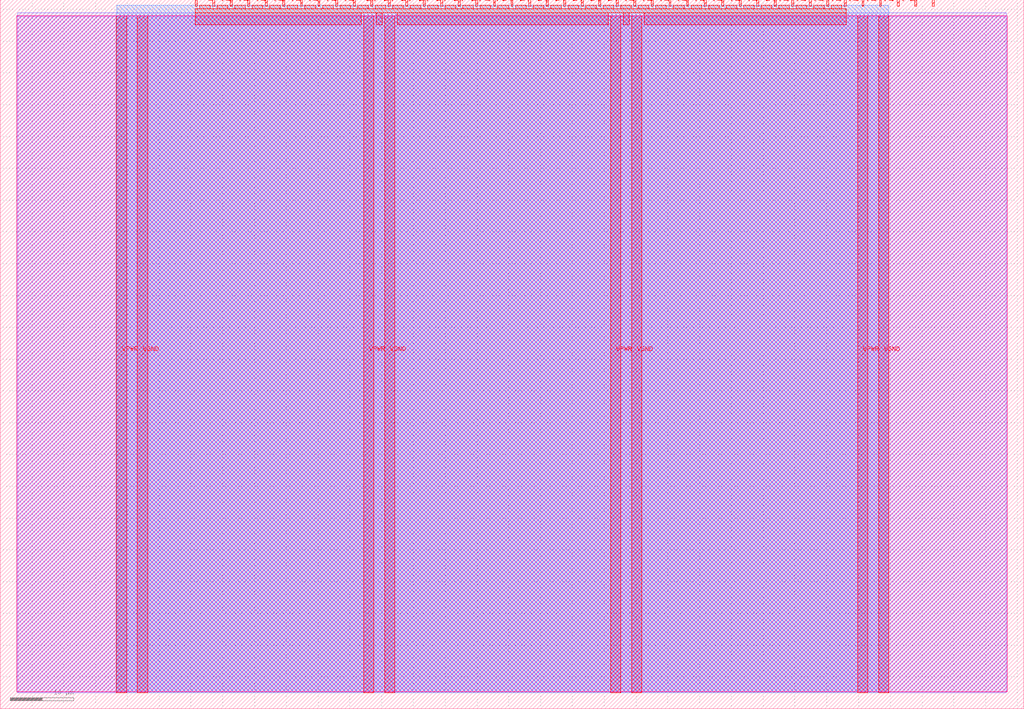
<source format=lef>
VERSION 5.7 ;
  NOWIREEXTENSIONATPIN ON ;
  DIVIDERCHAR "/" ;
  BUSBITCHARS "[]" ;
MACRO tt_um_wokwi_413391266378724353
  CLASS BLOCK ;
  FOREIGN tt_um_wokwi_413391266378724353 ;
  ORIGIN 0.000 0.000 ;
  SIZE 161.000 BY 111.520 ;
  PIN VGND
    DIRECTION INOUT ;
    USE GROUND ;
    PORT
      LAYER met4 ;
        RECT 21.580 2.480 23.180 109.040 ;
    END
    PORT
      LAYER met4 ;
        RECT 60.450 2.480 62.050 109.040 ;
    END
    PORT
      LAYER met4 ;
        RECT 99.320 2.480 100.920 109.040 ;
    END
    PORT
      LAYER met4 ;
        RECT 138.190 2.480 139.790 109.040 ;
    END
  END VGND
  PIN VPWR
    DIRECTION INOUT ;
    USE POWER ;
    PORT
      LAYER met4 ;
        RECT 18.280 2.480 19.880 109.040 ;
    END
    PORT
      LAYER met4 ;
        RECT 57.150 2.480 58.750 109.040 ;
    END
    PORT
      LAYER met4 ;
        RECT 96.020 2.480 97.620 109.040 ;
    END
    PORT
      LAYER met4 ;
        RECT 134.890 2.480 136.490 109.040 ;
    END
  END VPWR
  PIN clk
    DIRECTION INPUT ;
    USE SIGNAL ;
    PORT
      LAYER met4 ;
        RECT 143.830 110.520 144.130 111.520 ;
    END
  END clk
  PIN ena
    DIRECTION INPUT ;
    USE SIGNAL ;
    PORT
      LAYER met4 ;
        RECT 146.590 110.520 146.890 111.520 ;
    END
  END ena
  PIN rst_n
    DIRECTION INPUT ;
    USE SIGNAL ;
    PORT
      LAYER met4 ;
        RECT 141.070 110.520 141.370 111.520 ;
    END
  END rst_n
  PIN ui_in[0]
    DIRECTION INPUT ;
    USE SIGNAL ;
    PORT
      LAYER met4 ;
        RECT 138.310 110.520 138.610 111.520 ;
    END
  END ui_in[0]
  PIN ui_in[1]
    DIRECTION INPUT ;
    USE SIGNAL ;
    PORT
      LAYER met4 ;
        RECT 135.550 110.520 135.850 111.520 ;
    END
  END ui_in[1]
  PIN ui_in[2]
    DIRECTION INPUT ;
    USE SIGNAL ;
    ANTENNAGATEAREA 0.196500 ;
    PORT
      LAYER met4 ;
        RECT 132.790 110.520 133.090 111.520 ;
    END
  END ui_in[2]
  PIN ui_in[3]
    DIRECTION INPUT ;
    USE SIGNAL ;
    ANTENNAGATEAREA 0.196500 ;
    PORT
      LAYER met4 ;
        RECT 130.030 110.520 130.330 111.520 ;
    END
  END ui_in[3]
  PIN ui_in[4]
    DIRECTION INPUT ;
    USE SIGNAL ;
    ANTENNAGATEAREA 0.159000 ;
    PORT
      LAYER met4 ;
        RECT 127.270 110.520 127.570 111.520 ;
    END
  END ui_in[4]
  PIN ui_in[5]
    DIRECTION INPUT ;
    USE SIGNAL ;
    ANTENNAGATEAREA 0.159000 ;
    PORT
      LAYER met4 ;
        RECT 124.510 110.520 124.810 111.520 ;
    END
  END ui_in[5]
  PIN ui_in[6]
    DIRECTION INPUT ;
    USE SIGNAL ;
    ANTENNAGATEAREA 0.159000 ;
    PORT
      LAYER met4 ;
        RECT 121.750 110.520 122.050 111.520 ;
    END
  END ui_in[6]
  PIN ui_in[7]
    DIRECTION INPUT ;
    USE SIGNAL ;
    ANTENNAGATEAREA 0.213000 ;
    PORT
      LAYER met4 ;
        RECT 118.990 110.520 119.290 111.520 ;
    END
  END ui_in[7]
  PIN uio_in[0]
    DIRECTION INPUT ;
    USE SIGNAL ;
    PORT
      LAYER met4 ;
        RECT 116.230 110.520 116.530 111.520 ;
    END
  END uio_in[0]
  PIN uio_in[1]
    DIRECTION INPUT ;
    USE SIGNAL ;
    PORT
      LAYER met4 ;
        RECT 113.470 110.520 113.770 111.520 ;
    END
  END uio_in[1]
  PIN uio_in[2]
    DIRECTION INPUT ;
    USE SIGNAL ;
    PORT
      LAYER met4 ;
        RECT 110.710 110.520 111.010 111.520 ;
    END
  END uio_in[2]
  PIN uio_in[3]
    DIRECTION INPUT ;
    USE SIGNAL ;
    PORT
      LAYER met4 ;
        RECT 107.950 110.520 108.250 111.520 ;
    END
  END uio_in[3]
  PIN uio_in[4]
    DIRECTION INPUT ;
    USE SIGNAL ;
    PORT
      LAYER met4 ;
        RECT 105.190 110.520 105.490 111.520 ;
    END
  END uio_in[4]
  PIN uio_in[5]
    DIRECTION INPUT ;
    USE SIGNAL ;
    PORT
      LAYER met4 ;
        RECT 102.430 110.520 102.730 111.520 ;
    END
  END uio_in[5]
  PIN uio_in[6]
    DIRECTION INPUT ;
    USE SIGNAL ;
    PORT
      LAYER met4 ;
        RECT 99.670 110.520 99.970 111.520 ;
    END
  END uio_in[6]
  PIN uio_in[7]
    DIRECTION INPUT ;
    USE SIGNAL ;
    PORT
      LAYER met4 ;
        RECT 96.910 110.520 97.210 111.520 ;
    END
  END uio_in[7]
  PIN uio_oe[0]
    DIRECTION OUTPUT ;
    USE SIGNAL ;
    PORT
      LAYER met4 ;
        RECT 49.990 110.520 50.290 111.520 ;
    END
  END uio_oe[0]
  PIN uio_oe[1]
    DIRECTION OUTPUT ;
    USE SIGNAL ;
    PORT
      LAYER met4 ;
        RECT 47.230 110.520 47.530 111.520 ;
    END
  END uio_oe[1]
  PIN uio_oe[2]
    DIRECTION OUTPUT ;
    USE SIGNAL ;
    PORT
      LAYER met4 ;
        RECT 44.470 110.520 44.770 111.520 ;
    END
  END uio_oe[2]
  PIN uio_oe[3]
    DIRECTION OUTPUT ;
    USE SIGNAL ;
    PORT
      LAYER met4 ;
        RECT 41.710 110.520 42.010 111.520 ;
    END
  END uio_oe[3]
  PIN uio_oe[4]
    DIRECTION OUTPUT ;
    USE SIGNAL ;
    PORT
      LAYER met4 ;
        RECT 38.950 110.520 39.250 111.520 ;
    END
  END uio_oe[4]
  PIN uio_oe[5]
    DIRECTION OUTPUT ;
    USE SIGNAL ;
    PORT
      LAYER met4 ;
        RECT 36.190 110.520 36.490 111.520 ;
    END
  END uio_oe[5]
  PIN uio_oe[6]
    DIRECTION OUTPUT ;
    USE SIGNAL ;
    PORT
      LAYER met4 ;
        RECT 33.430 110.520 33.730 111.520 ;
    END
  END uio_oe[6]
  PIN uio_oe[7]
    DIRECTION OUTPUT ;
    USE SIGNAL ;
    PORT
      LAYER met4 ;
        RECT 30.670 110.520 30.970 111.520 ;
    END
  END uio_oe[7]
  PIN uio_out[0]
    DIRECTION OUTPUT ;
    USE SIGNAL ;
    PORT
      LAYER met4 ;
        RECT 72.070 110.520 72.370 111.520 ;
    END
  END uio_out[0]
  PIN uio_out[1]
    DIRECTION OUTPUT ;
    USE SIGNAL ;
    PORT
      LAYER met4 ;
        RECT 69.310 110.520 69.610 111.520 ;
    END
  END uio_out[1]
  PIN uio_out[2]
    DIRECTION OUTPUT ;
    USE SIGNAL ;
    PORT
      LAYER met4 ;
        RECT 66.550 110.520 66.850 111.520 ;
    END
  END uio_out[2]
  PIN uio_out[3]
    DIRECTION OUTPUT ;
    USE SIGNAL ;
    PORT
      LAYER met4 ;
        RECT 63.790 110.520 64.090 111.520 ;
    END
  END uio_out[3]
  PIN uio_out[4]
    DIRECTION OUTPUT ;
    USE SIGNAL ;
    PORT
      LAYER met4 ;
        RECT 61.030 110.520 61.330 111.520 ;
    END
  END uio_out[4]
  PIN uio_out[5]
    DIRECTION OUTPUT ;
    USE SIGNAL ;
    PORT
      LAYER met4 ;
        RECT 58.270 110.520 58.570 111.520 ;
    END
  END uio_out[5]
  PIN uio_out[6]
    DIRECTION OUTPUT ;
    USE SIGNAL ;
    PORT
      LAYER met4 ;
        RECT 55.510 110.520 55.810 111.520 ;
    END
  END uio_out[6]
  PIN uio_out[7]
    DIRECTION OUTPUT ;
    USE SIGNAL ;
    PORT
      LAYER met4 ;
        RECT 52.750 110.520 53.050 111.520 ;
    END
  END uio_out[7]
  PIN uo_out[0]
    DIRECTION OUTPUT ;
    USE SIGNAL ;
    PORT
      LAYER met4 ;
        RECT 94.150 110.520 94.450 111.520 ;
    END
  END uo_out[0]
  PIN uo_out[1]
    DIRECTION OUTPUT ;
    USE SIGNAL ;
    PORT
      LAYER met4 ;
        RECT 91.390 110.520 91.690 111.520 ;
    END
  END uo_out[1]
  PIN uo_out[2]
    DIRECTION OUTPUT ;
    USE SIGNAL ;
    ANTENNADIFFAREA 0.445500 ;
    PORT
      LAYER met4 ;
        RECT 88.630 110.520 88.930 111.520 ;
    END
  END uo_out[2]
  PIN uo_out[3]
    DIRECTION OUTPUT ;
    USE SIGNAL ;
    ANTENNADIFFAREA 0.445500 ;
    PORT
      LAYER met4 ;
        RECT 85.870 110.520 86.170 111.520 ;
    END
  END uo_out[3]
  PIN uo_out[4]
    DIRECTION OUTPUT ;
    USE SIGNAL ;
    ANTENNADIFFAREA 0.445500 ;
    PORT
      LAYER met4 ;
        RECT 83.110 110.520 83.410 111.520 ;
    END
  END uo_out[4]
  PIN uo_out[5]
    DIRECTION OUTPUT ;
    USE SIGNAL ;
    ANTENNADIFFAREA 0.445500 ;
    PORT
      LAYER met4 ;
        RECT 80.350 110.520 80.650 111.520 ;
    END
  END uo_out[5]
  PIN uo_out[6]
    DIRECTION OUTPUT ;
    USE SIGNAL ;
    ANTENNADIFFAREA 0.445500 ;
    PORT
      LAYER met4 ;
        RECT 77.590 110.520 77.890 111.520 ;
    END
  END uo_out[6]
  PIN uo_out[7]
    DIRECTION OUTPUT ;
    USE SIGNAL ;
    ANTENNADIFFAREA 0.795200 ;
    PORT
      LAYER met4 ;
        RECT 74.830 110.520 75.130 111.520 ;
    END
  END uo_out[7]
  OBS
      LAYER nwell ;
        RECT 2.570 2.635 158.430 108.990 ;
      LAYER li1 ;
        RECT 2.760 2.635 158.240 108.885 ;
      LAYER met1 ;
        RECT 2.760 2.480 158.240 109.440 ;
      LAYER met2 ;
        RECT 18.310 2.535 139.760 110.685 ;
      LAYER met3 ;
        RECT 18.290 2.555 139.780 110.665 ;
      LAYER met4 ;
        RECT 31.370 110.120 33.030 110.665 ;
        RECT 34.130 110.120 35.790 110.665 ;
        RECT 36.890 110.120 38.550 110.665 ;
        RECT 39.650 110.120 41.310 110.665 ;
        RECT 42.410 110.120 44.070 110.665 ;
        RECT 45.170 110.120 46.830 110.665 ;
        RECT 47.930 110.120 49.590 110.665 ;
        RECT 50.690 110.120 52.350 110.665 ;
        RECT 53.450 110.120 55.110 110.665 ;
        RECT 56.210 110.120 57.870 110.665 ;
        RECT 58.970 110.120 60.630 110.665 ;
        RECT 61.730 110.120 63.390 110.665 ;
        RECT 64.490 110.120 66.150 110.665 ;
        RECT 67.250 110.120 68.910 110.665 ;
        RECT 70.010 110.120 71.670 110.665 ;
        RECT 72.770 110.120 74.430 110.665 ;
        RECT 75.530 110.120 77.190 110.665 ;
        RECT 78.290 110.120 79.950 110.665 ;
        RECT 81.050 110.120 82.710 110.665 ;
        RECT 83.810 110.120 85.470 110.665 ;
        RECT 86.570 110.120 88.230 110.665 ;
        RECT 89.330 110.120 90.990 110.665 ;
        RECT 92.090 110.120 93.750 110.665 ;
        RECT 94.850 110.120 96.510 110.665 ;
        RECT 97.610 110.120 99.270 110.665 ;
        RECT 100.370 110.120 102.030 110.665 ;
        RECT 103.130 110.120 104.790 110.665 ;
        RECT 105.890 110.120 107.550 110.665 ;
        RECT 108.650 110.120 110.310 110.665 ;
        RECT 111.410 110.120 113.070 110.665 ;
        RECT 114.170 110.120 115.830 110.665 ;
        RECT 116.930 110.120 118.590 110.665 ;
        RECT 119.690 110.120 121.350 110.665 ;
        RECT 122.450 110.120 124.110 110.665 ;
        RECT 125.210 110.120 126.870 110.665 ;
        RECT 127.970 110.120 129.630 110.665 ;
        RECT 130.730 110.120 132.390 110.665 ;
        RECT 30.655 109.440 133.105 110.120 ;
        RECT 30.655 107.615 56.750 109.440 ;
        RECT 59.150 107.615 60.050 109.440 ;
        RECT 62.450 107.615 95.620 109.440 ;
        RECT 98.020 107.615 98.920 109.440 ;
        RECT 101.320 107.615 133.105 109.440 ;
  END
END tt_um_wokwi_413391266378724353
END LIBRARY


</source>
